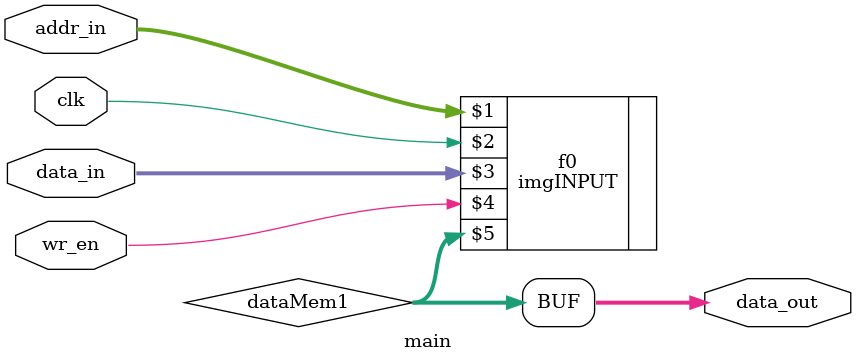
<source format=sv>


module main (addr_in, clk, data_in, wr_en, data_out);
	
	input clk;
   input wr_en;
   input [31:0] data_in;
   input [15:0] addr_in;
    // Outputs
   output logic  [31:0] data_out;	
	
	logic  [31:0] dataMem1;
	imgINPUT f0 (addr_in, clk, data_in, wr_en, dataMem1);
	

	 always@ (clk)
	 begin
			data_out <= dataMem1;
	 end

     
	
endmodule: main
</source>
